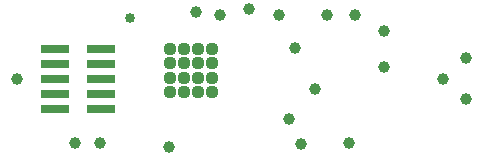
<source format=gbr>
G04 #@! TF.GenerationSoftware,KiCad,Pcbnew,(6.0.4)*
G04 #@! TF.CreationDate,2022-04-30T14:08:03+02:00*
G04 #@! TF.ProjectId,nRF52832_qfaa,6e524635-3238-4333-925f-716661612e6b,rev?*
G04 #@! TF.SameCoordinates,Original*
G04 #@! TF.FileFunction,Soldermask,Bot*
G04 #@! TF.FilePolarity,Negative*
%FSLAX45Y45*%
G04 Gerber Fmt 4.5, Leading zero omitted, Abs format (unit mm)*
G04 Created by KiCad (PCBNEW (6.0.4)) date 2022-04-30 14:08:03*
%MOMM*%
%LPD*%
G01*
G04 APERTURE LIST*
%ADD10C,1.111200*%
%ADD11C,1.000000*%
%ADD12C,0.850000*%
%ADD13R,2.400000X0.740000*%
G04 APERTURE END LIST*
D10*
X4745584Y-3644560D03*
X4745584Y-3524560D03*
X4745584Y-3404560D03*
X4745584Y-3284560D03*
X4625584Y-3644560D03*
X4625584Y-3524560D03*
X4625584Y-3404560D03*
X4625584Y-3284560D03*
X4505584Y-3644560D03*
X4505584Y-3524560D03*
X4505584Y-3404560D03*
X4505584Y-3284560D03*
X4385584Y-3644560D03*
X4385584Y-3524560D03*
X4385584Y-3404560D03*
X4385584Y-3284560D03*
D11*
X3096280Y-3533460D03*
X6696280Y-3533460D03*
D12*
X4051300Y-3022600D03*
D13*
X3410784Y-3790696D03*
X3800784Y-3790696D03*
X3410784Y-3663696D03*
X3800784Y-3663696D03*
X3410784Y-3536696D03*
X3800784Y-3536696D03*
X3410784Y-3409696D03*
X3800784Y-3409696D03*
X3410784Y-3282696D03*
X3800784Y-3282696D03*
D11*
X6196280Y-3133460D03*
X6896280Y-3708460D03*
X6896280Y-3358460D03*
X6196280Y-3433460D03*
X4610100Y-2971800D03*
X4813300Y-2997200D03*
X5054600Y-2946400D03*
X5613400Y-3619500D03*
X5956300Y-2997200D03*
X5499100Y-4089400D03*
X3797300Y-4076700D03*
X5715000Y-2997200D03*
X5905500Y-4076700D03*
X3581400Y-4076700D03*
X4381500Y-4114800D03*
X5308600Y-2997200D03*
X5448300Y-3276600D03*
X5397500Y-3873500D03*
M02*

</source>
